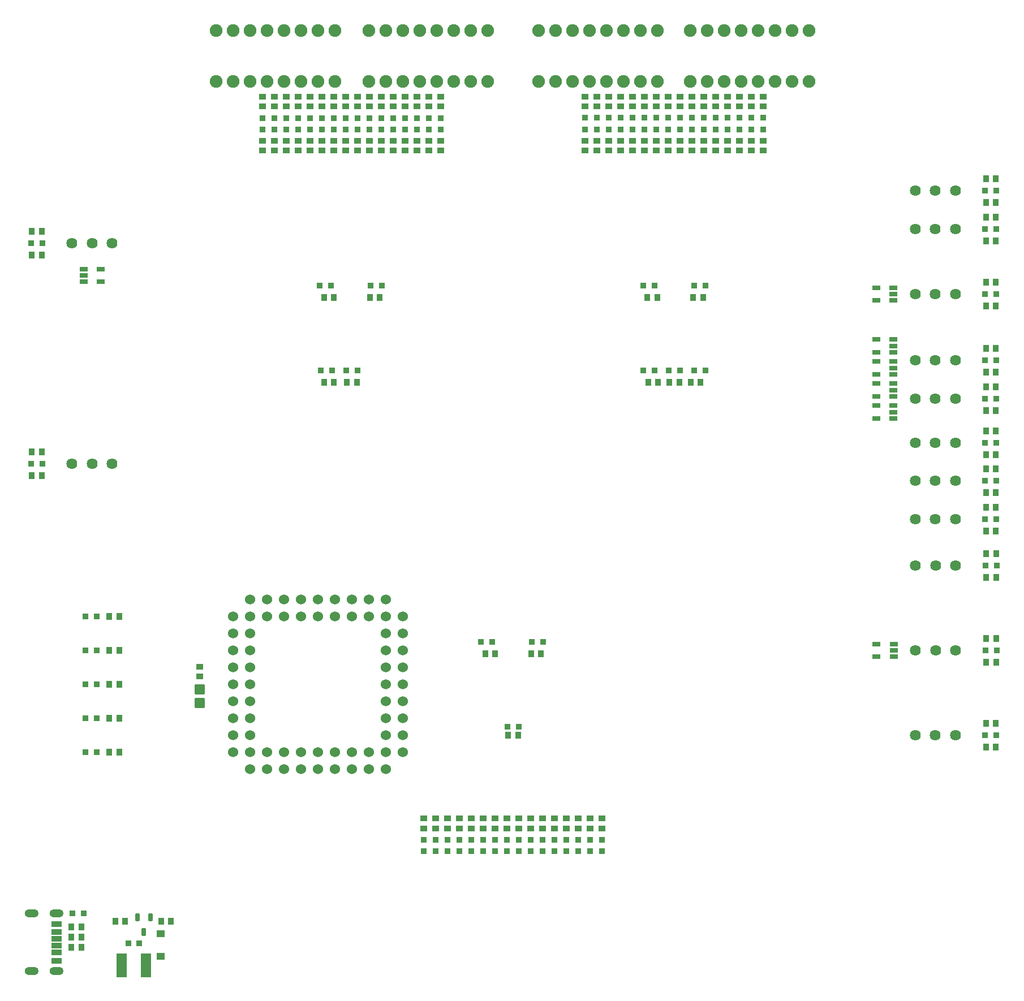
<source format=gts>
G04 Layer: TopSolderMaskLayer*
G04 EasyEDA v6.5.29, 2023-07-24 16:36:01*
G04 a67172d6d4c449c092c22cdc1d0531fc,5a6b42c53f6a479593ecc07194224c93,10*
G04 Gerber Generator version 0.2*
G04 Scale: 100 percent, Rotated: No, Reflected: No *
G04 Dimensions in millimeters *
G04 leading zeros omitted , absolute positions ,4 integer and 5 decimal *
%FSLAX45Y45*%
%MOMM*%

%AMMACRO1*1,1,$1,$2,$3*1,1,$1,$4,$5*1,1,$1,0-$2,0-$3*1,1,$1,0-$4,0-$5*20,1,$1,$2,$3,$4,$5,0*20,1,$1,$4,$5,0-$2,0-$3,0*20,1,$1,0-$2,0-$3,0-$4,0-$5,0*20,1,$1,0-$4,0-$5,$2,$3,0*4,1,4,$2,$3,$4,$5,0-$2,0-$3,0-$4,0-$5,$2,$3,0*%
%ADD10MACRO1,0.1016X0.5X-0.3X-0.5X-0.3*%
%ADD11MACRO1,0.1016X-0.4032X-0.432X-0.4032X0.432*%
%ADD12MACRO1,0.1016X0.4032X-0.432X0.4032X0.432*%
%ADD13MACRO1,0.1016X-0.5X0.3X0.5X0.3*%
%ADD14MACRO1,0.1016X-0.4X-0.4X-0.4X0.4*%
%ADD15MACRO1,0.1016X0.7X0.4X0.7X-0.4*%
%ADD16O,2.1015960000000002X1.2015978000000003*%
%ADD17MACRO1,0.1016X0.266X0.5188X-0.266X0.5188*%
%ADD18MACRO1,0.1016X0.575X0.475X0.575X-0.475*%
%ADD19MACRO1,0.1016X-0.7033X-1.7496X-0.7033X1.7496*%
%ADD20MACRO1,0.1016X0.7033X-1.7496X0.7033X1.7496*%
%ADD21MACRO1,0.1016X0.4032X0.432X0.4032X-0.432*%
%ADD22MACRO1,0.1016X-0.4032X0.432X-0.4032X-0.432*%
%ADD23MACRO1,0.1016X0.4X0.4X0.4X-0.4*%
%ADD24MACRO1,0.1016X0.675X-0.705X-0.675X-0.705*%
%ADD25MACRO1,0.1016X0.675X0.705X-0.675X0.705*%
%ADD26MACRO1,0.1016X-0.432X0.4032X0.432X0.4032*%
%ADD27MACRO1,0.1016X-0.432X-0.4032X0.432X-0.4032*%
%ADD28MACRO1,0.1016X0.4X-0.4X-0.4X-0.4*%
%ADD29C,1.9016*%
%ADD30C,1.5240*%
%ADD31MACRO1,0.1016X-0.45X-0.4X-0.45X0.4*%
%ADD32C,1.6256*%
%ADD33C,0.0161*%

%LPD*%
D10*
G01*
X-1978190Y7232396D03*
G01*
X-1978190Y7042403D03*
G01*
X-2238209Y7042403D03*
G01*
X-2238209Y7137399D03*
G01*
X-2238209Y7232396D03*
D11*
G01*
X7034924Y6807199D03*
D12*
G01*
X6884275Y6807199D03*
D11*
G01*
X2196224Y6807199D03*
D12*
G01*
X2045575Y6807199D03*
D11*
G01*
X1510424Y5537199D03*
D12*
G01*
X1359775Y5537199D03*
D13*
G01*
X9628390Y1429003D03*
G01*
X9628390Y1618996D03*
G01*
X9888410Y1618996D03*
G01*
X9888410Y1523999D03*
G01*
X9888410Y1429003D03*
D11*
G01*
X3923437Y1473202D03*
D12*
G01*
X3772787Y1473202D03*
D11*
G01*
X4609237Y1473202D03*
D12*
G01*
X4458587Y1473202D03*
D13*
G01*
X9623590Y5327904D03*
G01*
X9623590Y5517896D03*
G01*
X9883609Y5517896D03*
G01*
X9883609Y5422899D03*
G01*
X9883609Y5327904D03*
G01*
X9623590Y6763003D03*
G01*
X9623590Y6952996D03*
G01*
X9883609Y6952996D03*
G01*
X9883609Y6857999D03*
G01*
X9883609Y6763003D03*
D11*
G01*
X6996824Y5537199D03*
D12*
G01*
X6846175Y5537199D03*
D11*
G01*
X1510424Y6807199D03*
D12*
G01*
X1359775Y6807199D03*
D11*
G01*
X6361824Y5537199D03*
D12*
G01*
X6211175Y5537199D03*
D11*
G01*
X1853324Y5537199D03*
D12*
G01*
X1702675Y5537199D03*
D13*
G01*
X9623590Y4997704D03*
G01*
X9623590Y5187696D03*
G01*
X9883609Y5187696D03*
G01*
X9883609Y5092699D03*
G01*
X9883609Y4997704D03*
D11*
G01*
X6679324Y5537199D03*
D12*
G01*
X6528675Y5537199D03*
D11*
G01*
X6349124Y6807199D03*
D12*
G01*
X6198475Y6807199D03*
D14*
G01*
X-2234171Y-2412997D03*
G01*
X-2404351Y-2412997D03*
D11*
G01*
X-2269336Y-2616197D03*
D12*
G01*
X-2419986Y-2616197D03*
D11*
G01*
X4266324Y253999D03*
D12*
G01*
X4115675Y253999D03*
D15*
G01*
X-2637576Y-2794782D03*
G01*
X-2637576Y-2894782D03*
G01*
X-2637424Y-2996788D03*
G01*
X-2637170Y-2692801D03*
G01*
X-2637348Y-3119800D03*
G01*
X-2637348Y-2569789D03*
D16*
G01*
X-2637345Y-3276805D03*
G01*
X-2637345Y-2412799D03*
G01*
X-3017354Y-2412799D03*
G01*
X-3017354Y-3276805D03*
D17*
G01*
X-1238487Y-2467964D03*
G01*
X-1428487Y-2467964D03*
G01*
X-1333487Y-2688215D03*
D18*
G01*
X-1079487Y-2713647D03*
G01*
X-1079487Y-3052127D03*
D19*
G01*
X-1300556Y-3187689D03*
D20*
G01*
X-1671223Y-3187689D03*
D21*
G01*
X-1764414Y-2527289D03*
D22*
G01*
X-1613764Y-2527289D03*
D23*
G01*
X-1565831Y-2857842D03*
G01*
X-1405930Y-2857141D03*
D21*
G01*
X-1078614Y-2527289D03*
D22*
G01*
X-927964Y-2527289D03*
D21*
G01*
X-2419988Y-2768594D03*
D22*
G01*
X-2269338Y-2768594D03*
D21*
G01*
X-2419988Y-2920994D03*
D22*
G01*
X-2269338Y-2920994D03*
D24*
G01*
X-495312Y938199D03*
D25*
G01*
X-495312Y738195D03*
D14*
G01*
X-2035822Y2031997D03*
G01*
X-2206002Y2031997D03*
D21*
G01*
X-1853337Y2031997D03*
D22*
G01*
X-1702687Y2031997D03*
D21*
G01*
X-1853337Y1523997D03*
D22*
G01*
X-1702687Y1523997D03*
D14*
G01*
X-2035822Y1523997D03*
G01*
X-2206002Y1523997D03*
D21*
G01*
X-1853337Y1015997D03*
D22*
G01*
X-1702687Y1015997D03*
D14*
G01*
X-2035822Y1015997D03*
G01*
X-2206002Y1015997D03*
D21*
G01*
X-1853337Y-2D03*
D22*
G01*
X-1702687Y-2D03*
D14*
G01*
X-2035822Y-2D03*
G01*
X-2206002Y-2D03*
D21*
G01*
X-1853337Y507997D03*
D22*
G01*
X-1702687Y507997D03*
D14*
G01*
X-2035822Y507997D03*
G01*
X-2206002Y507997D03*
D23*
G01*
X11260797Y2793997D03*
G01*
X11430977Y2793997D03*
D11*
G01*
X11421212Y2616197D03*
D12*
G01*
X11270562Y2616197D03*
D11*
G01*
X11421212Y2971797D03*
D12*
G01*
X11270562Y2971797D03*
D23*
G01*
X11255997Y3492497D03*
G01*
X11426177Y3492497D03*
D11*
G01*
X11416412Y3314697D03*
D12*
G01*
X11265762Y3314697D03*
D11*
G01*
X11416412Y3670297D03*
D12*
G01*
X11265762Y3670297D03*
D23*
G01*
X11255997Y4063997D03*
G01*
X11426177Y4063997D03*
D11*
G01*
X11416412Y3886197D03*
D12*
G01*
X11265762Y3886197D03*
D11*
G01*
X11416412Y4241797D03*
D12*
G01*
X11265762Y4241797D03*
D23*
G01*
X11255997Y4635497D03*
G01*
X11426177Y4635497D03*
D11*
G01*
X11416412Y4457697D03*
D12*
G01*
X11265762Y4457697D03*
D11*
G01*
X11416412Y4813297D03*
D12*
G01*
X11265762Y4813297D03*
D23*
G01*
X11255997Y5295897D03*
G01*
X11426177Y5295897D03*
D11*
G01*
X11416412Y5118097D03*
D12*
G01*
X11265762Y5118097D03*
D11*
G01*
X11416412Y5473697D03*
D12*
G01*
X11265762Y5473697D03*
D23*
G01*
X11255997Y5867397D03*
G01*
X11426177Y5867397D03*
D11*
G01*
X11416412Y5689597D03*
D12*
G01*
X11265762Y5689597D03*
D11*
G01*
X11416412Y6045197D03*
D12*
G01*
X11265762Y6045197D03*
D23*
G01*
X11255997Y6857997D03*
G01*
X11426177Y6857997D03*
D11*
G01*
X11416412Y6680197D03*
D12*
G01*
X11265762Y6680197D03*
D11*
G01*
X11416412Y7035797D03*
D12*
G01*
X11265762Y7035797D03*
D23*
G01*
X11255997Y7835897D03*
G01*
X11426177Y7835897D03*
D11*
G01*
X11416412Y7658097D03*
D12*
G01*
X11265762Y7658097D03*
D11*
G01*
X11416412Y8013697D03*
D12*
G01*
X11265762Y8013697D03*
D23*
G01*
X11255997Y8407397D03*
G01*
X11426177Y8407397D03*
D11*
G01*
X11416412Y8229597D03*
D12*
G01*
X11265762Y8229597D03*
D11*
G01*
X11416412Y8585197D03*
D12*
G01*
X11265762Y8585197D03*
D14*
G01*
X-2853423Y7619997D03*
G01*
X-3023603Y7619997D03*
D21*
G01*
X-3013838Y7797797D03*
D22*
G01*
X-2863188Y7797797D03*
D21*
G01*
X-3013838Y7442197D03*
D22*
G01*
X-2863188Y7442197D03*
D14*
G01*
X-2853423Y4317997D03*
G01*
X-3023603Y4317997D03*
D21*
G01*
X-3013838Y4495797D03*
D22*
G01*
X-2863188Y4495797D03*
D21*
G01*
X-3013838Y4140197D03*
D22*
G01*
X-2863188Y4140197D03*
D23*
G01*
X11255997Y253997D03*
G01*
X11426177Y253997D03*
D11*
G01*
X11416412Y76197D03*
D12*
G01*
X11265762Y76197D03*
D11*
G01*
X11416412Y431797D03*
D12*
G01*
X11265762Y431797D03*
D11*
G01*
X11421212Y1701797D03*
D12*
G01*
X11270562Y1701797D03*
D11*
G01*
X11421212Y1346197D03*
D12*
G01*
X11270562Y1346197D03*
D23*
G01*
X11260797Y1523997D03*
G01*
X11430977Y1523997D03*
D26*
G01*
X5524527Y-1142127D03*
D27*
G01*
X5524527Y-991477D03*
D26*
G01*
X5346727Y-1142127D03*
D27*
G01*
X5346727Y-991477D03*
D26*
G01*
X5168927Y-1142127D03*
D27*
G01*
X5168927Y-991477D03*
D26*
G01*
X4991127Y-1142127D03*
D27*
G01*
X4991127Y-991477D03*
D26*
G01*
X4813327Y-1142127D03*
D27*
G01*
X4813327Y-991477D03*
D26*
G01*
X4635527Y-1142127D03*
D27*
G01*
X4635527Y-991477D03*
D26*
G01*
X4457727Y-1142127D03*
D27*
G01*
X4457727Y-991477D03*
D26*
G01*
X4279927Y-1142127D03*
D27*
G01*
X4279927Y-991477D03*
D26*
G01*
X4102127Y-1142127D03*
D27*
G01*
X4102127Y-991477D03*
D26*
G01*
X3924327Y-1142127D03*
D27*
G01*
X3924327Y-991477D03*
D26*
G01*
X3746527Y-1142127D03*
D27*
G01*
X3746527Y-991477D03*
D26*
G01*
X3568727Y-1142127D03*
D27*
G01*
X3568727Y-991477D03*
D26*
G01*
X3390927Y-1142127D03*
D27*
G01*
X3390927Y-991477D03*
D26*
G01*
X3213127Y-1142127D03*
D27*
G01*
X3213127Y-991477D03*
D26*
G01*
X3035327Y-1142127D03*
D27*
G01*
X3035327Y-991477D03*
D26*
G01*
X2857507Y-1142127D03*
D27*
G01*
X2857507Y-991477D03*
D28*
G01*
X4279907Y-1311912D03*
G01*
X4279907Y-1482092D03*
G01*
X4457707Y-1311912D03*
G01*
X4457707Y-1482092D03*
G01*
X4813307Y-1311912D03*
G01*
X4813307Y-1482092D03*
G01*
X4635507Y-1311912D03*
G01*
X4635507Y-1482092D03*
G01*
X5346707Y-1311912D03*
G01*
X5346707Y-1482092D03*
G01*
X5524507Y-1311912D03*
G01*
X5524507Y-1482092D03*
G01*
X5168907Y-1311912D03*
G01*
X5168907Y-1482092D03*
G01*
X4991107Y-1311912D03*
G01*
X4991107Y-1482092D03*
G01*
X3568707Y-1311912D03*
G01*
X3568707Y-1482092D03*
G01*
X3746507Y-1311912D03*
G01*
X3746507Y-1482092D03*
G01*
X4102107Y-1311912D03*
G01*
X4102107Y-1482092D03*
G01*
X3924307Y-1311912D03*
G01*
X3924307Y-1482092D03*
G01*
X3213107Y-1311912D03*
G01*
X3213107Y-1482092D03*
G01*
X3390907Y-1311912D03*
G01*
X3390907Y-1482092D03*
G01*
X3035307Y-1311912D03*
G01*
X3035307Y-1482092D03*
G01*
X2857487Y-1311912D03*
G01*
X2857487Y-1482092D03*
D26*
G01*
X7937446Y9005934D03*
D27*
G01*
X7937446Y9156584D03*
D26*
G01*
X7759646Y9005934D03*
D27*
G01*
X7759646Y9156584D03*
D26*
G01*
X7581846Y9005934D03*
D27*
G01*
X7581846Y9156584D03*
D26*
G01*
X7404046Y9005934D03*
D27*
G01*
X7404046Y9156584D03*
D26*
G01*
X7226246Y9005934D03*
D27*
G01*
X7226246Y9156584D03*
D26*
G01*
X7048446Y9005934D03*
D27*
G01*
X7048446Y9156584D03*
D26*
G01*
X6870646Y9005934D03*
D27*
G01*
X6870646Y9156584D03*
D26*
G01*
X6692846Y9005934D03*
D27*
G01*
X6692846Y9156584D03*
D26*
G01*
X6515046Y9005934D03*
D27*
G01*
X6515046Y9156584D03*
D26*
G01*
X6337246Y9005934D03*
D27*
G01*
X6337246Y9156584D03*
D26*
G01*
X6159446Y9005934D03*
D27*
G01*
X6159446Y9156584D03*
D26*
G01*
X5981646Y9005934D03*
D27*
G01*
X5981646Y9156584D03*
D26*
G01*
X5803846Y9005934D03*
D27*
G01*
X5803846Y9156584D03*
D26*
G01*
X5626046Y9005934D03*
D27*
G01*
X5626046Y9156584D03*
D26*
G01*
X5448246Y9005934D03*
D27*
G01*
X5448246Y9156584D03*
D26*
G01*
X5270426Y9005934D03*
D27*
G01*
X5270426Y9156584D03*
D26*
G01*
X7937446Y9666334D03*
D27*
G01*
X7937446Y9816984D03*
D26*
G01*
X7759646Y9666334D03*
D27*
G01*
X7759646Y9816984D03*
D26*
G01*
X7581846Y9666334D03*
D27*
G01*
X7581846Y9816984D03*
D26*
G01*
X7404046Y9666334D03*
D27*
G01*
X7404046Y9816984D03*
D26*
G01*
X7226246Y9666334D03*
D27*
G01*
X7226246Y9816984D03*
D26*
G01*
X7048446Y9666334D03*
D27*
G01*
X7048446Y9816984D03*
D26*
G01*
X6870646Y9666334D03*
D27*
G01*
X6870646Y9816984D03*
D26*
G01*
X6692846Y9666334D03*
D27*
G01*
X6692846Y9816984D03*
D26*
G01*
X6515046Y9666334D03*
D27*
G01*
X6515046Y9816984D03*
D26*
G01*
X6337246Y9666334D03*
D27*
G01*
X6337246Y9816984D03*
D26*
G01*
X6159446Y9666334D03*
D27*
G01*
X6159446Y9816984D03*
D26*
G01*
X5981646Y9666334D03*
D27*
G01*
X5981646Y9816984D03*
D26*
G01*
X5803846Y9666334D03*
D27*
G01*
X5803846Y9816984D03*
D26*
G01*
X5626046Y9666334D03*
D27*
G01*
X5626046Y9816984D03*
D26*
G01*
X5448246Y9666334D03*
D27*
G01*
X5448246Y9816984D03*
D26*
G01*
X5270426Y9666334D03*
D27*
G01*
X5270426Y9816984D03*
D28*
G01*
X6692826Y9496549D03*
G01*
X6692826Y9326369D03*
G01*
X6870626Y9496549D03*
G01*
X6870626Y9326369D03*
G01*
X7226226Y9496549D03*
G01*
X7226226Y9326369D03*
G01*
X7048426Y9496549D03*
G01*
X7048426Y9326369D03*
G01*
X7759626Y9496549D03*
G01*
X7759626Y9326369D03*
G01*
X7937426Y9496549D03*
G01*
X7937426Y9326369D03*
G01*
X7581826Y9496549D03*
G01*
X7581826Y9326369D03*
G01*
X7404026Y9496549D03*
G01*
X7404026Y9326369D03*
G01*
X5981626Y9496549D03*
G01*
X5981626Y9326369D03*
G01*
X6159426Y9496549D03*
G01*
X6159426Y9326369D03*
G01*
X6515026Y9496549D03*
G01*
X6515026Y9326369D03*
G01*
X6337226Y9496549D03*
G01*
X6337226Y9326369D03*
G01*
X5626026Y9496549D03*
G01*
X5626026Y9326369D03*
G01*
X5803826Y9496549D03*
G01*
X5803826Y9326369D03*
G01*
X5448226Y9496549D03*
G01*
X5448226Y9326369D03*
G01*
X5270406Y9496549D03*
G01*
X5270406Y9326369D03*
D29*
G01*
X1523987Y10045697D03*
G01*
X1269987Y10045697D03*
G01*
X1015987Y10045697D03*
G01*
X761987Y10045697D03*
G01*
X507987Y10045697D03*
G01*
X253987Y10045697D03*
G01*
X-12Y10045697D03*
G01*
X-254012Y10045697D03*
G01*
X1523987Y10807697D03*
G01*
X1269987Y10807697D03*
G01*
X1015987Y10807697D03*
G01*
X761987Y10807697D03*
G01*
X507987Y10807697D03*
G01*
X253987Y10807697D03*
G01*
X-12Y10807697D03*
G01*
X-254012Y10807697D03*
G01*
X3809987Y10045697D03*
G01*
X3555987Y10045697D03*
G01*
X3301987Y10045697D03*
G01*
X3047987Y10045697D03*
G01*
X2793987Y10045697D03*
G01*
X2539987Y10045697D03*
G01*
X2285987Y10045697D03*
G01*
X2031987Y10045697D03*
G01*
X3809987Y10807697D03*
G01*
X3555987Y10807697D03*
G01*
X3301987Y10807697D03*
G01*
X3047987Y10807697D03*
G01*
X2793987Y10807697D03*
G01*
X2539987Y10807697D03*
G01*
X2285987Y10807697D03*
G01*
X2031987Y10807697D03*
G01*
X6349961Y10046459D03*
G01*
X6095961Y10046459D03*
G01*
X5841961Y10046459D03*
G01*
X5587961Y10046459D03*
G01*
X5333961Y10046459D03*
G01*
X5079961Y10046459D03*
G01*
X4825961Y10046459D03*
G01*
X4571961Y10046459D03*
G01*
X6349961Y10808459D03*
G01*
X6095961Y10808459D03*
G01*
X5841961Y10808459D03*
G01*
X5587961Y10808459D03*
G01*
X5333961Y10808459D03*
G01*
X5079961Y10808459D03*
G01*
X4825961Y10808459D03*
G01*
X4571961Y10808459D03*
G01*
X8623261Y10046459D03*
G01*
X8369261Y10046459D03*
G01*
X8115261Y10046459D03*
G01*
X7861261Y10046459D03*
G01*
X7607261Y10046459D03*
G01*
X7353261Y10046459D03*
G01*
X7099261Y10046459D03*
G01*
X6845261Y10046459D03*
G01*
X8623261Y10808459D03*
G01*
X8369261Y10808459D03*
G01*
X8115261Y10808459D03*
G01*
X7861261Y10808459D03*
G01*
X7607261Y10808459D03*
G01*
X7353261Y10808459D03*
G01*
X7099261Y10808459D03*
G01*
X6845261Y10808459D03*
D30*
G01*
X254012Y-254002D03*
G01*
X508012Y-254002D03*
G01*
X762012Y-254002D03*
G01*
X1016012Y-254002D03*
G01*
X1270012Y-254002D03*
G01*
X1524012Y-254002D03*
G01*
X1778012Y-254002D03*
G01*
X2032012Y-254002D03*
G01*
X2286012Y-254002D03*
G01*
X12Y-2D03*
G01*
X12Y253997D03*
G01*
X12Y507997D03*
G01*
X12Y761997D03*
G01*
X12Y1015997D03*
G01*
X12Y1269997D03*
G01*
X12Y1523997D03*
G01*
X12Y1777997D03*
G01*
X12Y2031997D03*
G01*
X254012Y2285997D03*
G01*
X508012Y2285997D03*
G01*
X762012Y2285997D03*
G01*
X1016012Y2285997D03*
G01*
X1270012Y2285997D03*
G01*
X1524012Y2285997D03*
G01*
X1778012Y2285997D03*
G01*
X2032012Y2285997D03*
G01*
X2286012Y2285997D03*
G01*
X2540012Y2031997D03*
G01*
X2540012Y1777997D03*
G01*
X2540012Y1523997D03*
G01*
X2540012Y1269997D03*
G01*
X2540012Y1015997D03*
G01*
X2540012Y761997D03*
G01*
X2540012Y507997D03*
G01*
X2540012Y253997D03*
G01*
X2540012Y-2D03*
G01*
X254012Y2031997D03*
G01*
X508012Y2031997D03*
G01*
X762012Y2031997D03*
G01*
X1016012Y2031997D03*
G01*
X1270012Y2031997D03*
G01*
X1524012Y2031997D03*
G01*
X1778012Y2031997D03*
G01*
X2032012Y2031997D03*
G01*
X2286012Y2031997D03*
G01*
X254012Y1777997D03*
G01*
X254012Y1523997D03*
G01*
X254012Y1269997D03*
G01*
X254012Y1015997D03*
G01*
X254012Y761997D03*
G01*
X254012Y507997D03*
G01*
X254012Y253997D03*
G01*
X254012Y-2D03*
G01*
X508012Y-2D03*
G01*
X762012Y-2D03*
G01*
X1016012Y-2D03*
G01*
X1270012Y-2D03*
G01*
X1524012Y-2D03*
G01*
X1778012Y-2D03*
G01*
X2032012Y-2D03*
G01*
X2286012Y-2D03*
G01*
X2286012Y253997D03*
G01*
X2286012Y507997D03*
G01*
X2286012Y761997D03*
G01*
X2286012Y1015997D03*
G01*
X2286012Y1269997D03*
G01*
X2286012Y1523997D03*
G01*
X2286012Y1777997D03*
D14*
G01*
X1469389Y6984999D03*
G01*
X1299210Y6984999D03*
G01*
X2231389Y6984999D03*
G01*
X2061210Y6984999D03*
G01*
X6308077Y6984997D03*
G01*
X6137897Y6984997D03*
G01*
X7070077Y6984997D03*
G01*
X6899897Y6984997D03*
G01*
X1482077Y5714997D03*
G01*
X1311897Y5714997D03*
G01*
X1863077Y5714997D03*
G01*
X1692897Y5714997D03*
G01*
X6308077Y5714997D03*
G01*
X6137897Y5714997D03*
G01*
X6689077Y5714997D03*
G01*
X6518897Y5714997D03*
G01*
X7070077Y5714997D03*
G01*
X6899897Y5714997D03*
G01*
X3882389Y1650999D03*
G01*
X3712210Y1650999D03*
G01*
X4644389Y1650999D03*
G01*
X4474210Y1650999D03*
G01*
X4276077Y380997D03*
G01*
X4105897Y380997D03*
D28*
G01*
X444426Y9495787D03*
G01*
X444426Y9325607D03*
G01*
X622246Y9495787D03*
G01*
X622246Y9325607D03*
G01*
X977846Y9495787D03*
G01*
X977846Y9325607D03*
G01*
X800046Y9495787D03*
G01*
X800046Y9325607D03*
G01*
X1511246Y9495787D03*
G01*
X1511246Y9325607D03*
G01*
X1689046Y9495787D03*
G01*
X1689046Y9325607D03*
G01*
X1333446Y9495787D03*
G01*
X1333446Y9325607D03*
G01*
X1155646Y9495787D03*
G01*
X1155646Y9325607D03*
G01*
X2578046Y9495787D03*
G01*
X2578046Y9325607D03*
G01*
X2755846Y9495787D03*
G01*
X2755846Y9325607D03*
G01*
X3111446Y9495787D03*
G01*
X3111446Y9325607D03*
G01*
X2933646Y9495787D03*
G01*
X2933646Y9325607D03*
G01*
X2222446Y9495787D03*
G01*
X2222446Y9325607D03*
G01*
X2400246Y9495787D03*
G01*
X2400246Y9325607D03*
G01*
X2044646Y9495787D03*
G01*
X2044646Y9325607D03*
G01*
X1866846Y9495787D03*
G01*
X1866846Y9325607D03*
D26*
G01*
X444446Y9665572D03*
D27*
G01*
X444446Y9816222D03*
D26*
G01*
X622266Y9665572D03*
D27*
G01*
X622266Y9816222D03*
D26*
G01*
X800066Y9665572D03*
D27*
G01*
X800066Y9816222D03*
D26*
G01*
X977866Y9665572D03*
D27*
G01*
X977866Y9816222D03*
D26*
G01*
X1155666Y9665572D03*
D27*
G01*
X1155666Y9816222D03*
D26*
G01*
X1333466Y9665572D03*
D27*
G01*
X1333466Y9816222D03*
D26*
G01*
X1511266Y9665572D03*
D27*
G01*
X1511266Y9816222D03*
D26*
G01*
X1689066Y9665572D03*
D27*
G01*
X1689066Y9816222D03*
D26*
G01*
X1866866Y9665572D03*
D27*
G01*
X1866866Y9816222D03*
D26*
G01*
X2044666Y9665572D03*
D27*
G01*
X2044666Y9816222D03*
D26*
G01*
X2222466Y9665572D03*
D27*
G01*
X2222466Y9816222D03*
D26*
G01*
X2400266Y9665572D03*
D27*
G01*
X2400266Y9816222D03*
D26*
G01*
X2578066Y9665572D03*
D27*
G01*
X2578066Y9816222D03*
D26*
G01*
X2755866Y9665572D03*
D27*
G01*
X2755866Y9816222D03*
D26*
G01*
X2933666Y9665572D03*
D27*
G01*
X2933666Y9816222D03*
D26*
G01*
X3111466Y9665572D03*
D27*
G01*
X3111466Y9816222D03*
D26*
G01*
X444446Y9005172D03*
D27*
G01*
X444446Y9155822D03*
D26*
G01*
X622266Y9005172D03*
D27*
G01*
X622266Y9155822D03*
D26*
G01*
X800066Y9005172D03*
D27*
G01*
X800066Y9155822D03*
D26*
G01*
X977866Y9005172D03*
D27*
G01*
X977866Y9155822D03*
D26*
G01*
X1155666Y9005172D03*
D27*
G01*
X1155666Y9155822D03*
D26*
G01*
X1333466Y9005172D03*
D27*
G01*
X1333466Y9155822D03*
D26*
G01*
X1511266Y9005172D03*
D27*
G01*
X1511266Y9155822D03*
D26*
G01*
X1689066Y9005172D03*
D27*
G01*
X1689066Y9155822D03*
D26*
G01*
X1866866Y9005172D03*
D27*
G01*
X1866866Y9155822D03*
D26*
G01*
X2044666Y9005172D03*
D27*
G01*
X2044666Y9155822D03*
D26*
G01*
X2222466Y9005172D03*
D27*
G01*
X2222466Y9155822D03*
D26*
G01*
X2400266Y9005172D03*
D27*
G01*
X2400266Y9155822D03*
D26*
G01*
X2578066Y9005172D03*
D27*
G01*
X2578066Y9155822D03*
D26*
G01*
X2755866Y9005172D03*
D27*
G01*
X2755866Y9155822D03*
D26*
G01*
X2933666Y9005172D03*
D27*
G01*
X2933666Y9155822D03*
D26*
G01*
X3111466Y9005172D03*
D27*
G01*
X3111466Y9155822D03*
D13*
G01*
X9623590Y5658104D03*
G01*
X9623590Y5848096D03*
G01*
X9883609Y5848096D03*
G01*
X9883609Y5753099D03*
G01*
X9883609Y5658104D03*
G01*
X9623590Y5988304D03*
G01*
X9623590Y6178296D03*
G01*
X9883609Y6178296D03*
G01*
X9883609Y6083299D03*
G01*
X9883609Y5988304D03*
D31*
G01*
X-495312Y1276501D03*
G01*
X-495312Y1136502D03*
D32*
G01*
X10210787Y5867397D03*
G01*
X10810786Y5867397D03*
G01*
X10510786Y5867397D03*
G01*
X10510786Y5295897D03*
G01*
X10810786Y5295897D03*
G01*
X10210787Y5295897D03*
G01*
X10510786Y6857997D03*
G01*
X10810786Y6857997D03*
G01*
X10210787Y6857997D03*
G01*
X10210787Y7835897D03*
G01*
X10810786Y7835897D03*
G01*
X10510786Y7835897D03*
G01*
X10510786Y8407397D03*
G01*
X10810786Y8407397D03*
G01*
X10210787Y8407397D03*
G01*
X10210787Y4063997D03*
G01*
X10810786Y4063997D03*
G01*
X10510786Y4063997D03*
G01*
X10510786Y4635497D03*
G01*
X10810786Y4635497D03*
G01*
X10210787Y4635497D03*
G01*
X10510786Y3492497D03*
G01*
X10810786Y3492497D03*
G01*
X10210787Y3492497D03*
G01*
X-2408212Y7619997D03*
G01*
X-1808213Y7619997D03*
G01*
X-2108212Y7619997D03*
G01*
X10215587Y2793997D03*
G01*
X10815586Y2793997D03*
G01*
X10515587Y2793997D03*
G01*
X-2108212Y4317997D03*
G01*
X-1808213Y4317997D03*
G01*
X-2408212Y4317997D03*
G01*
X10515587Y1523997D03*
G01*
X10815586Y1523997D03*
G01*
X10215587Y1523997D03*
G01*
X10210787Y253997D03*
G01*
X10810786Y253997D03*
G01*
X10510786Y253997D03*
M02*

</source>
